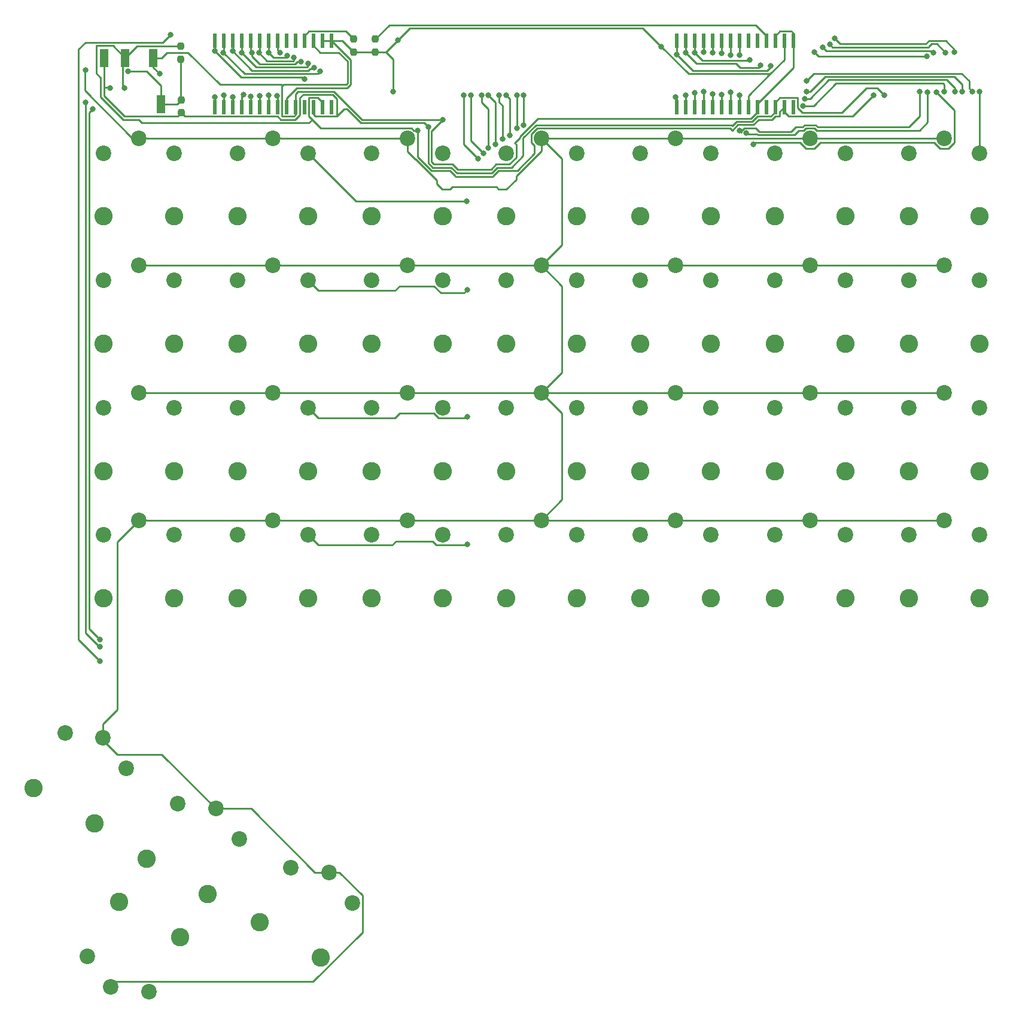
<source format=gbr>
%TF.GenerationSoftware,KiCad,Pcbnew,(6.0.11)*%
%TF.CreationDate,2023-05-24T14:48:23-07:00*%
%TF.ProjectId,keeb,6b656562-2e6b-4696-9361-645f70636258,rev?*%
%TF.SameCoordinates,Original*%
%TF.FileFunction,Copper,L1,Top*%
%TF.FilePolarity,Positive*%
%FSLAX46Y46*%
G04 Gerber Fmt 4.6, Leading zero omitted, Abs format (unit mm)*
G04 Created by KiCad (PCBNEW (6.0.11)) date 2023-05-24 14:48:23*
%MOMM*%
%LPD*%
G01*
G04 APERTURE LIST*
G04 Aperture macros list*
%AMRoundRect*
0 Rectangle with rounded corners*
0 $1 Rounding radius*
0 $2 $3 $4 $5 $6 $7 $8 $9 X,Y pos of 4 corners*
0 Add a 4 corners polygon primitive as box body*
4,1,4,$2,$3,$4,$5,$6,$7,$8,$9,$2,$3,0*
0 Add four circle primitives for the rounded corners*
1,1,$1+$1,$2,$3*
1,1,$1+$1,$4,$5*
1,1,$1+$1,$6,$7*
1,1,$1+$1,$8,$9*
0 Add four rect primitives between the rounded corners*
20,1,$1+$1,$2,$3,$4,$5,0*
20,1,$1+$1,$4,$5,$6,$7,0*
20,1,$1+$1,$6,$7,$8,$9,0*
20,1,$1+$1,$8,$9,$2,$3,0*%
G04 Aperture macros list end*
%TA.AperFunction,ComponentPad*%
%ADD10C,2.600000*%
%TD*%
%TA.AperFunction,ComponentPad*%
%ADD11C,2.200000*%
%TD*%
%TA.AperFunction,SMDPad,CuDef*%
%ADD12RoundRect,0.237500X-0.237500X0.250000X-0.237500X-0.250000X0.237500X-0.250000X0.237500X0.250000X0*%
%TD*%
%TA.AperFunction,SMDPad,CuDef*%
%ADD13R,1.200000X2.500000*%
%TD*%
%TA.AperFunction,SMDPad,CuDef*%
%ADD14R,0.600000X2.000000*%
%TD*%
%TA.AperFunction,SMDPad,CuDef*%
%ADD15RoundRect,0.237500X0.237500X-0.250000X0.237500X0.250000X-0.237500X0.250000X-0.237500X-0.250000X0*%
%TD*%
%TA.AperFunction,ViaPad*%
%ADD16C,0.800000*%
%TD*%
%TA.AperFunction,Conductor*%
%ADD17C,0.250000*%
%TD*%
G04 APERTURE END LIST*
D10*
%TO.P,SW25,*%
%TO.N,*%
X84000000Y-60150000D03*
D11*
%TO.P,SW25,1,1*%
%TO.N,+5V*%
X89000000Y-49100000D03*
%TO.P,SW25,2,2*%
%TO.N,Net-(SW25-Pad2)*%
X94000000Y-51200000D03*
%TD*%
D10*
%TO.P,SW5,*%
%TO.N,*%
X179000000Y-60150000D03*
D11*
%TO.P,SW5,1,1*%
%TO.N,+5V*%
X184000000Y-49100000D03*
%TO.P,SW5,2,2*%
%TO.N,Net-(SW37-Pad2)*%
X189000000Y-51200000D03*
%TD*%
D10*
%TO.P,SW12,*%
%TO.N,*%
X160000000Y-114150000D03*
D11*
%TO.P,SW12,1,1*%
%TO.N,+5V*%
X165000000Y-103100000D03*
%TO.P,SW12,2,2*%
%TO.N,Net-(SW12-Pad2)*%
X170000000Y-105200000D03*
%TD*%
D10*
%TO.P,SW6,*%
%TO.N,*%
X179000000Y-78150000D03*
D11*
%TO.P,SW6,1,1*%
%TO.N,+5V*%
X184000000Y-67100000D03*
%TO.P,SW6,2,2*%
%TO.N,Net-(SW38-Pad2)*%
X189000000Y-69200000D03*
%TD*%
D10*
%TO.P,SW7,*%
%TO.N,*%
X179000000Y-96150000D03*
D11*
%TO.P,SW7,1,1*%
%TO.N,+5V*%
X184000000Y-85100000D03*
%TO.P,SW7,2,2*%
%TO.N,Net-(SW39-Pad2)*%
X189000000Y-87200000D03*
%TD*%
D10*
%TO.P,SW19,*%
%TO.N,*%
X122000000Y-96150000D03*
D11*
%TO.P,SW19,1,1*%
%TO.N,+5V*%
X127000000Y-85100000D03*
%TO.P,SW19,2,2*%
%TO.N,Net-(SW19-Pad2)*%
X132000000Y-87200000D03*
%TD*%
D12*
%TO.P,R2,1*%
%TO.N,/SDA*%
X94935000Y-36087500D03*
%TO.P,R2,2*%
%TO.N,+5V*%
X94935000Y-37912500D03*
%TD*%
D10*
%TO.P,SW3,*%
%TO.N,*%
X198000000Y-96150000D03*
D11*
%TO.P,SW3,1,1*%
%TO.N,+5V*%
X203000000Y-85100000D03*
%TO.P,SW3,2,2*%
%TO.N,Net-(SW3-Pad2)*%
X208000000Y-87200000D03*
%TD*%
D10*
%TO.P,SW9,*%
%TO.N,*%
X160000000Y-60150000D03*
D11*
%TO.P,SW9,1,1*%
%TO.N,+5V*%
X165000000Y-49100000D03*
%TO.P,SW9,2,2*%
%TO.N,Net-(SW41-Pad2)*%
X170000000Y-51200000D03*
%TD*%
D10*
%TO.P,SW14,*%
%TO.N,*%
X141000000Y-78150000D03*
D11*
%TO.P,SW14,1,1*%
%TO.N,+5V*%
X146000000Y-67100000D03*
%TO.P,SW14,2,2*%
%TO.N,Net-(SW14-Pad2)*%
X151000000Y-69200000D03*
%TD*%
D10*
%TO.P,SW1,*%
%TO.N,*%
X198000000Y-60150000D03*
D11*
%TO.P,SW1,1,1*%
%TO.N,+5V*%
X203000000Y-49100000D03*
%TO.P,SW1,2,2*%
%TO.N,Net-(SW1-Pad2)*%
X208000000Y-51200000D03*
%TD*%
D10*
%TO.P,SW32,*%
%TO.N,*%
X106094873Y-159960031D03*
D11*
%TO.P,SW32,1,1*%
%TO.N,+5V*%
X115950000Y-152890450D03*
%TO.P,SW32,2,2*%
%TO.N,Net-(SW32-Pad2)*%
X119230127Y-157209103D03*
%TD*%
D10*
%TO.P,SW20,*%
%TO.N,*%
X122000000Y-114150000D03*
D11*
%TO.P,SW20,1,1*%
%TO.N,+5V*%
X127000000Y-103100000D03*
%TO.P,SW20,2,2*%
%TO.N,Net-(SW20-Pad2)*%
X132000000Y-105200000D03*
%TD*%
D10*
%TO.P,SW29,*%
%TO.N,*%
X74094873Y-140960031D03*
D11*
%TO.P,SW29,1,1*%
%TO.N,+5V*%
X83950000Y-133890450D03*
%TO.P,SW29,2,2*%
%TO.N,Net-(SW29-Pad2)*%
X87230127Y-138209103D03*
%TD*%
D10*
%TO.P,SW10,*%
%TO.N,*%
X160000000Y-78150000D03*
D11*
%TO.P,SW10,1,1*%
%TO.N,+5V*%
X165000000Y-67100000D03*
%TO.P,SW10,2,2*%
%TO.N,Net-(SW10-Pad2)*%
X170000000Y-69200000D03*
%TD*%
D13*
%TO.P,J1,R1*%
%TO.N,/SDA*%
X87095000Y-37750000D03*
%TO.P,J1,R2*%
%TO.N,/SCK*%
X84095000Y-37750000D03*
%TO.P,J1,S*%
%TO.N,+5V*%
X92195000Y-44250000D03*
%TO.P,J1,T*%
%TO.N,GND*%
X91095000Y-37750000D03*
%TD*%
D10*
%TO.P,SW8,*%
%TO.N,*%
X179000000Y-114150000D03*
D11*
%TO.P,SW8,1,1*%
%TO.N,+5V*%
X184000000Y-103100000D03*
%TO.P,SW8,2,2*%
%TO.N,Net-(SW40-Pad2)*%
X189000000Y-105200000D03*
%TD*%
D10*
%TO.P,SW31,*%
%TO.N,*%
X90094873Y-150960031D03*
D11*
%TO.P,SW31,1,1*%
%TO.N,+5V*%
X99950000Y-143890450D03*
%TO.P,SW31,2,2*%
%TO.N,Net-(SW31-Pad2)*%
X103230127Y-148209103D03*
%TD*%
D10*
%TO.P,SW15,*%
%TO.N,*%
X141000000Y-96150000D03*
D11*
%TO.P,SW15,1,1*%
%TO.N,+5V*%
X146000000Y-85100000D03*
%TO.P,SW15,2,2*%
%TO.N,Net-(SW15-Pad2)*%
X151000000Y-87200000D03*
%TD*%
D10*
%TO.P,SW2,*%
%TO.N,*%
X198000000Y-78150000D03*
D11*
%TO.P,SW2,1,1*%
%TO.N,+5V*%
X203000000Y-67100000D03*
%TO.P,SW2,2,2*%
%TO.N,Net-(SW2-Pad2)*%
X208000000Y-69200000D03*
%TD*%
D12*
%TO.P,R3,1*%
%TO.N,/Reset 1*%
X122500000Y-35087500D03*
%TO.P,R3,2*%
%TO.N,+5V*%
X122500000Y-36912500D03*
%TD*%
D14*
%TO.P,U1,1,GPB0*%
%TO.N,Net-(SW1-Pad2)*%
X165110000Y-44700000D03*
%TO.P,U1,2,GPB1*%
%TO.N,Net-(SW2-Pad2)*%
X166380000Y-44700000D03*
%TO.P,U1,3,GPB2*%
%TO.N,Net-(SW3-Pad2)*%
X167650000Y-44700000D03*
%TO.P,U1,4,GPB3*%
%TO.N,Net-(SW36-Pad2)*%
X168920000Y-44700000D03*
%TO.P,U1,5,GPB4*%
%TO.N,Net-(SW37-Pad2)*%
X170190000Y-44700000D03*
%TO.P,U1,6,GPB5*%
%TO.N,Net-(SW38-Pad2)*%
X171460000Y-44700000D03*
%TO.P,U1,7,GPB6*%
%TO.N,Net-(SW39-Pad2)*%
X172730000Y-44700000D03*
%TO.P,U1,8,GPB7*%
%TO.N,Net-(SW40-Pad2)*%
X174000000Y-44700000D03*
%TO.P,U1,9,VDD*%
%TO.N,+5V*%
X175270000Y-44700000D03*
%TO.P,U1,10,VSS*%
%TO.N,GND*%
X176540000Y-44700000D03*
%TO.P,U1,11,NC*%
%TO.N,unconnected-(U1-Pad11)*%
X177810000Y-44700000D03*
%TO.P,U1,12,SCK*%
%TO.N,/SCK*%
X179080000Y-44700000D03*
%TO.P,U1,13,SDA*%
%TO.N,/SDA*%
X180350000Y-44700000D03*
%TO.P,U1,14,NC*%
%TO.N,unconnected-(U1-Pad14)*%
X181620000Y-44700000D03*
%TO.P,U1,15,A0*%
%TO.N,GND*%
X181620000Y-35300000D03*
%TO.P,U1,16,A1*%
%TO.N,+5V*%
X180350000Y-35300000D03*
%TO.P,U1,17,A2*%
%TO.N,GND*%
X179080000Y-35300000D03*
%TO.P,U1,18,~{RESET}*%
%TO.N,/Reset 1*%
X177810000Y-35300000D03*
%TO.P,U1,19,INTB*%
%TO.N,unconnected-(U1-Pad19)*%
X176540000Y-35300000D03*
%TO.P,U1,20,INTA*%
%TO.N,unconnected-(U1-Pad20)*%
X175270000Y-35300000D03*
%TO.P,U1,21,GPA0*%
%TO.N,Net-(SW41-Pad2)*%
X174000000Y-35300000D03*
%TO.P,U1,22,GPA1*%
%TO.N,Net-(SW10-Pad2)*%
X172730000Y-35300000D03*
%TO.P,U1,23,GPA2*%
%TO.N,Net-(SW11-Pad2)*%
X171460000Y-35300000D03*
%TO.P,U1,24,GPA3*%
%TO.N,Net-(SW12-Pad2)*%
X170190000Y-35300000D03*
%TO.P,U1,25,GPA4*%
%TO.N,Net-(SW13-Pad2)*%
X168920000Y-35300000D03*
%TO.P,U1,26,GPA5*%
%TO.N,Net-(SW14-Pad2)*%
X167650000Y-35300000D03*
%TO.P,U1,27,GPA6*%
%TO.N,Net-(SW15-Pad2)*%
X166380000Y-35300000D03*
%TO.P,U1,28,GPA7*%
%TO.N,Net-(SW16-Pad2)*%
X165110000Y-35300000D03*
%TD*%
D10*
%TO.P,SW11,*%
%TO.N,*%
X160000000Y-96150000D03*
D11*
%TO.P,SW11,1,1*%
%TO.N,+5V*%
X165000000Y-85100000D03*
%TO.P,SW11,2,2*%
%TO.N,Net-(SW11-Pad2)*%
X170000000Y-87200000D03*
%TD*%
D10*
%TO.P,SW30,*%
%TO.N,*%
X94905127Y-162039969D03*
D11*
%TO.P,SW30,1,1*%
%TO.N,+5V*%
X85050000Y-169109550D03*
%TO.P,SW30,2,2*%
%TO.N,Net-(SW30-Pad2)*%
X81769873Y-164790897D03*
%TD*%
D12*
%TO.P,R4,1*%
%TO.N,/Reset 2*%
X119412500Y-35087500D03*
%TO.P,R4,2*%
%TO.N,+5V*%
X119412500Y-36912500D03*
%TD*%
D10*
%TO.P,SW22,*%
%TO.N,*%
X103000000Y-78150000D03*
D11*
%TO.P,SW22,1,1*%
%TO.N,+5V*%
X108000000Y-67100000D03*
%TO.P,SW22,2,2*%
%TO.N,Net-(SW22-Pad2)*%
X113000000Y-69200000D03*
%TD*%
D10*
%TO.P,SW4,*%
%TO.N,*%
X198000000Y-114150000D03*
D11*
%TO.P,SW4,1,1*%
%TO.N,+5V*%
X203000000Y-103100000D03*
%TO.P,SW4,2,2*%
%TO.N,Net-(SW36-Pad2)*%
X208000000Y-105200000D03*
%TD*%
D10*
%TO.P,SW21,*%
%TO.N,*%
X103000000Y-60150000D03*
D11*
%TO.P,SW21,1,1*%
%TO.N,+5V*%
X108000000Y-49100000D03*
%TO.P,SW21,2,2*%
%TO.N,Net-(SW21-Pad2)*%
X113000000Y-51200000D03*
%TD*%
D10*
%TO.P,SW17,*%
%TO.N,*%
X122000000Y-60150000D03*
D11*
%TO.P,SW17,1,1*%
%TO.N,+5V*%
X127000000Y-49100000D03*
%TO.P,SW17,2,2*%
%TO.N,Net-(SW17-Pad2)*%
X132000000Y-51200000D03*
%TD*%
D10*
%TO.P,SW16,*%
%TO.N,*%
X141000000Y-114150000D03*
D11*
%TO.P,SW16,1,1*%
%TO.N,+5V*%
X146000000Y-103100000D03*
%TO.P,SW16,2,2*%
%TO.N,Net-(SW16-Pad2)*%
X151000000Y-105200000D03*
%TD*%
D15*
%TO.P,R1,1*%
%TO.N,/SCK*%
X95000000Y-45490552D03*
%TO.P,R1,2*%
%TO.N,+5V*%
X95000000Y-43665552D03*
%TD*%
D10*
%TO.P,SW26,*%
%TO.N,*%
X84000000Y-78150000D03*
D11*
%TO.P,SW26,1,1*%
%TO.N,+5V*%
X89000000Y-67100000D03*
%TO.P,SW26,2,2*%
%TO.N,Net-(SW26-Pad2)*%
X94000000Y-69200000D03*
%TD*%
D14*
%TO.P,U2,1,GPB0*%
%TO.N,Net-(SW17-Pad2)*%
X99745000Y-44700000D03*
%TO.P,U2,2,GPB1*%
%TO.N,Net-(SW18-Pad2)*%
X101015000Y-44700000D03*
%TO.P,U2,3,GPB2*%
%TO.N,Net-(SW19-Pad2)*%
X102285000Y-44700000D03*
%TO.P,U2,4,GPB3*%
%TO.N,Net-(SW20-Pad2)*%
X103555000Y-44700000D03*
%TO.P,U2,5,GPB4*%
%TO.N,Net-(SW21-Pad2)*%
X104825000Y-44700000D03*
%TO.P,U2,6,GPB5*%
%TO.N,Net-(SW22-Pad2)*%
X106095000Y-44700000D03*
%TO.P,U2,7,GPB6*%
%TO.N,Net-(SW23-Pad2)*%
X107365000Y-44700000D03*
%TO.P,U2,8,GPB7*%
%TO.N,Net-(SW24-Pad2)*%
X108635000Y-44700000D03*
%TO.P,U2,9,VDD*%
%TO.N,+5V*%
X109905000Y-44700000D03*
%TO.P,U2,10,VSS*%
%TO.N,GND*%
X111175000Y-44700000D03*
%TO.P,U2,11,NC*%
%TO.N,unconnected-(U2-Pad11)*%
X112445000Y-44700000D03*
%TO.P,U2,12,SCK*%
%TO.N,/SCK*%
X113715000Y-44700000D03*
%TO.P,U2,13,SDA*%
%TO.N,/SDA*%
X114985000Y-44700000D03*
%TO.P,U2,14,NC*%
%TO.N,unconnected-(U2-Pad14)*%
X116255000Y-44700000D03*
%TO.P,U2,15,A0*%
%TO.N,+5V*%
X116255000Y-35300000D03*
%TO.P,U2,16,A1*%
X114985000Y-35300000D03*
%TO.P,U2,17,A2*%
%TO.N,GND*%
X113715000Y-35300000D03*
%TO.P,U2,18,~{RESET}*%
%TO.N,/Reset 2*%
X112445000Y-35300000D03*
%TO.P,U2,19,INTB*%
%TO.N,unconnected-(U2-Pad19)*%
X111175000Y-35300000D03*
%TO.P,U2,20,INTA*%
%TO.N,unconnected-(U2-Pad20)*%
X109905000Y-35300000D03*
%TO.P,U2,21,GPA0*%
%TO.N,Net-(SW25-Pad2)*%
X108635000Y-35300000D03*
%TO.P,U2,22,GPA1*%
%TO.N,Net-(SW26-Pad2)*%
X107365000Y-35300000D03*
%TO.P,U2,23,GPA2*%
%TO.N,Net-(SW27-Pad2)*%
X106095000Y-35300000D03*
%TO.P,U2,24,GPA3*%
%TO.N,Net-(SW28-Pad2)*%
X104825000Y-35300000D03*
%TO.P,U2,25,GPA4*%
%TO.N,Net-(SW29-Pad2)*%
X103555000Y-35300000D03*
%TO.P,U2,26,GPA5*%
%TO.N,Net-(SW30-Pad2)*%
X102285000Y-35300000D03*
%TO.P,U2,27,GPA6*%
%TO.N,Net-(SW31-Pad2)*%
X101015000Y-35300000D03*
%TO.P,U2,28,GPA7*%
%TO.N,Net-(SW32-Pad2)*%
X99745000Y-35300000D03*
%TD*%
D10*
%TO.P,SW24,*%
%TO.N,*%
X103000000Y-114150000D03*
D11*
%TO.P,SW24,1,1*%
%TO.N,+5V*%
X108000000Y-103100000D03*
%TO.P,SW24,2,2*%
%TO.N,Net-(SW24-Pad2)*%
X113000000Y-105200000D03*
%TD*%
D10*
%TO.P,SW18,*%
%TO.N,*%
X122000000Y-78150000D03*
D11*
%TO.P,SW18,1,1*%
%TO.N,+5V*%
X127000000Y-67100000D03*
%TO.P,SW18,2,2*%
%TO.N,Net-(SW18-Pad2)*%
X132000000Y-69200000D03*
%TD*%
D10*
%TO.P,SW27,*%
%TO.N,*%
X84000000Y-96150000D03*
D11*
%TO.P,SW27,1,1*%
%TO.N,+5V*%
X89000000Y-85100000D03*
%TO.P,SW27,2,2*%
%TO.N,Net-(SW27-Pad2)*%
X94000000Y-87200000D03*
%TD*%
D10*
%TO.P,SW28,*%
%TO.N,*%
X84000000Y-114150000D03*
D11*
%TO.P,SW28,1,1*%
%TO.N,+5V*%
X89000000Y-103100000D03*
%TO.P,SW28,2,2*%
%TO.N,Net-(SW28-Pad2)*%
X94000000Y-105200000D03*
%TD*%
D10*
%TO.P,SW13,*%
%TO.N,*%
X141000000Y-60150000D03*
D11*
%TO.P,SW13,1,1*%
%TO.N,+5V*%
X146000000Y-49100000D03*
%TO.P,SW13,2,2*%
%TO.N,Net-(SW13-Pad2)*%
X151000000Y-51200000D03*
%TD*%
D10*
%TO.P,SW23,*%
%TO.N,*%
X103000000Y-96150000D03*
D11*
%TO.P,SW23,1,1*%
%TO.N,+5V*%
X108000000Y-85100000D03*
%TO.P,SW23,2,2*%
%TO.N,Net-(SW23-Pad2)*%
X113000000Y-87200000D03*
%TD*%
D10*
%TO.P,SW38,*%
%TO.N,*%
X189000000Y-78150000D03*
D11*
%TO.P,SW38,1,1*%
%TO.N,+5V*%
X184000000Y-67100000D03*
%TO.P,SW38,2,2*%
%TO.N,Net-(SW38-Pad2)*%
X179000000Y-69200000D03*
%TD*%
D10*
%TO.P,SW57,*%
%TO.N,*%
X94000000Y-60150000D03*
D11*
%TO.P,SW57,1,1*%
%TO.N,+5V*%
X89000000Y-49100000D03*
%TO.P,SW57,2,2*%
%TO.N,Net-(SW25-Pad2)*%
X84000000Y-51200000D03*
%TD*%
D10*
%TO.P,SW47,*%
%TO.N,*%
X151000000Y-96150000D03*
D11*
%TO.P,SW47,1,1*%
%TO.N,+5V*%
X146000000Y-85100000D03*
%TO.P,SW47,2,2*%
%TO.N,Net-(SW15-Pad2)*%
X141000000Y-87200000D03*
%TD*%
D10*
%TO.P,SW45,*%
%TO.N,*%
X151000000Y-60150000D03*
D11*
%TO.P,SW45,1,1*%
%TO.N,+5V*%
X146000000Y-49100000D03*
%TO.P,SW45,2,2*%
%TO.N,Net-(SW13-Pad2)*%
X141000000Y-51200000D03*
%TD*%
D10*
%TO.P,SW37,*%
%TO.N,*%
X189000000Y-60150000D03*
D11*
%TO.P,SW37,1,1*%
%TO.N,+5V*%
X184000000Y-49100000D03*
%TO.P,SW37,2,2*%
%TO.N,Net-(SW37-Pad2)*%
X179000000Y-51200000D03*
%TD*%
D10*
%TO.P,SW33,*%
%TO.N,*%
X208000000Y-60150000D03*
D11*
%TO.P,SW33,1,1*%
%TO.N,+5V*%
X203000000Y-49100000D03*
%TO.P,SW33,2,2*%
%TO.N,Net-(SW1-Pad2)*%
X198000000Y-51200000D03*
%TD*%
D10*
%TO.P,SW42,*%
%TO.N,*%
X170000000Y-78150000D03*
D11*
%TO.P,SW42,1,1*%
%TO.N,+5V*%
X165000000Y-67100000D03*
%TO.P,SW42,2,2*%
%TO.N,Net-(SW10-Pad2)*%
X160000000Y-69200000D03*
%TD*%
D10*
%TO.P,SW35,*%
%TO.N,*%
X208000000Y-96150000D03*
D11*
%TO.P,SW35,1,1*%
%TO.N,+5V*%
X203000000Y-85100000D03*
%TO.P,SW35,2,2*%
%TO.N,Net-(SW3-Pad2)*%
X198000000Y-87200000D03*
%TD*%
D10*
%TO.P,SW34,*%
%TO.N,*%
X208000000Y-78150000D03*
D11*
%TO.P,SW34,1,1*%
%TO.N,+5V*%
X203000000Y-67100000D03*
%TO.P,SW34,2,2*%
%TO.N,Net-(SW2-Pad2)*%
X198000000Y-69200000D03*
%TD*%
D10*
%TO.P,SW63,*%
%TO.N,*%
X98755127Y-155960031D03*
D11*
%TO.P,SW63,1,1*%
%TO.N,+5V*%
X99950000Y-143890450D03*
%TO.P,SW63,2,2*%
%TO.N,Net-(SW31-Pad2)*%
X94569873Y-143209103D03*
%TD*%
D10*
%TO.P,SW49,*%
%TO.N,*%
X132000000Y-60150000D03*
D11*
%TO.P,SW49,1,1*%
%TO.N,+5V*%
X127000000Y-49100000D03*
%TO.P,SW49,2,2*%
%TO.N,Net-(SW17-Pad2)*%
X122000000Y-51200000D03*
%TD*%
D10*
%TO.P,SW55,*%
%TO.N,*%
X113000000Y-96150000D03*
D11*
%TO.P,SW55,1,1*%
%TO.N,+5V*%
X108000000Y-85100000D03*
%TO.P,SW55,2,2*%
%TO.N,Net-(SW23-Pad2)*%
X103000000Y-87200000D03*
%TD*%
D10*
%TO.P,SW53,*%
%TO.N,*%
X113000000Y-60150000D03*
D11*
%TO.P,SW53,1,1*%
%TO.N,+5V*%
X108000000Y-49100000D03*
%TO.P,SW53,2,2*%
%TO.N,Net-(SW21-Pad2)*%
X103000000Y-51200000D03*
%TD*%
D10*
%TO.P,SW40,*%
%TO.N,*%
X189000000Y-114150000D03*
D11*
%TO.P,SW40,1,1*%
%TO.N,+5V*%
X184000000Y-103100000D03*
%TO.P,SW40,2,2*%
%TO.N,Net-(SW40-Pad2)*%
X179000000Y-105200000D03*
%TD*%
D10*
%TO.P,SW43,*%
%TO.N,*%
X170000000Y-96150000D03*
D11*
%TO.P,SW43,1,1*%
%TO.N,+5V*%
X165000000Y-85100000D03*
%TO.P,SW43,2,2*%
%TO.N,Net-(SW11-Pad2)*%
X160000000Y-87200000D03*
%TD*%
D10*
%TO.P,SW56,*%
%TO.N,*%
X113000000Y-114150000D03*
D11*
%TO.P,SW56,1,1*%
%TO.N,+5V*%
X108000000Y-103100000D03*
%TO.P,SW56,2,2*%
%TO.N,Net-(SW24-Pad2)*%
X103000000Y-105200000D03*
%TD*%
D10*
%TO.P,SW46,*%
%TO.N,*%
X151000000Y-78150000D03*
D11*
%TO.P,SW46,1,1*%
%TO.N,+5V*%
X146000000Y-67100000D03*
%TO.P,SW46,2,2*%
%TO.N,Net-(SW14-Pad2)*%
X141000000Y-69200000D03*
%TD*%
D10*
%TO.P,SW51,*%
%TO.N,*%
X132000000Y-96150000D03*
D11*
%TO.P,SW51,1,1*%
%TO.N,+5V*%
X127000000Y-85100000D03*
%TO.P,SW51,2,2*%
%TO.N,Net-(SW19-Pad2)*%
X122000000Y-87200000D03*
%TD*%
D10*
%TO.P,SW50,*%
%TO.N,*%
X132000000Y-78150000D03*
D11*
%TO.P,SW50,1,1*%
%TO.N,+5V*%
X127000000Y-67100000D03*
%TO.P,SW50,2,2*%
%TO.N,Net-(SW18-Pad2)*%
X122000000Y-69200000D03*
%TD*%
D10*
%TO.P,SW62,*%
%TO.N,*%
X86244873Y-157039969D03*
D11*
%TO.P,SW62,1,1*%
%TO.N,+5V*%
X85050000Y-169109550D03*
%TO.P,SW62,2,2*%
%TO.N,Net-(SW30-Pad2)*%
X90430127Y-169790897D03*
%TD*%
D10*
%TO.P,SW64,*%
%TO.N,*%
X114755127Y-164960031D03*
D11*
%TO.P,SW64,1,1*%
%TO.N,+5V*%
X115950000Y-152890450D03*
%TO.P,SW64,2,2*%
%TO.N,Net-(SW32-Pad2)*%
X110569873Y-152209103D03*
%TD*%
D10*
%TO.P,SW54,*%
%TO.N,*%
X113000000Y-78150000D03*
D11*
%TO.P,SW54,1,1*%
%TO.N,+5V*%
X108000000Y-67100000D03*
%TO.P,SW54,2,2*%
%TO.N,Net-(SW22-Pad2)*%
X103000000Y-69200000D03*
%TD*%
D10*
%TO.P,SW60,*%
%TO.N,*%
X94000000Y-114150000D03*
D11*
%TO.P,SW60,1,1*%
%TO.N,+5V*%
X89000000Y-103100000D03*
%TO.P,SW60,2,2*%
%TO.N,Net-(SW28-Pad2)*%
X84000000Y-105200000D03*
%TD*%
D10*
%TO.P,SW41,*%
%TO.N,*%
X170000000Y-60150000D03*
D11*
%TO.P,SW41,1,1*%
%TO.N,+5V*%
X165000000Y-49100000D03*
%TO.P,SW41,2,2*%
%TO.N,Net-(SW41-Pad2)*%
X160000000Y-51200000D03*
%TD*%
D10*
%TO.P,SW59,*%
%TO.N,*%
X94000000Y-96150000D03*
D11*
%TO.P,SW59,1,1*%
%TO.N,+5V*%
X89000000Y-85100000D03*
%TO.P,SW59,2,2*%
%TO.N,Net-(SW27-Pad2)*%
X84000000Y-87200000D03*
%TD*%
D10*
%TO.P,SW36,*%
%TO.N,*%
X208000000Y-114150000D03*
D11*
%TO.P,SW36,1,1*%
%TO.N,+5V*%
X203000000Y-103100000D03*
%TO.P,SW36,2,2*%
%TO.N,Net-(SW36-Pad2)*%
X198000000Y-105200000D03*
%TD*%
D10*
%TO.P,SW61,*%
%TO.N,*%
X82755127Y-145960031D03*
D11*
%TO.P,SW61,1,1*%
%TO.N,+5V*%
X83950000Y-133890450D03*
%TO.P,SW61,2,2*%
%TO.N,Net-(SW29-Pad2)*%
X78569873Y-133209103D03*
%TD*%
D10*
%TO.P,SW48,*%
%TO.N,*%
X151000000Y-114150000D03*
D11*
%TO.P,SW48,1,1*%
%TO.N,+5V*%
X146000000Y-103100000D03*
%TO.P,SW48,2,2*%
%TO.N,Net-(SW16-Pad2)*%
X141000000Y-105200000D03*
%TD*%
D10*
%TO.P,SW52,*%
%TO.N,*%
X132000000Y-114150000D03*
D11*
%TO.P,SW52,1,1*%
%TO.N,+5V*%
X127000000Y-103100000D03*
%TO.P,SW52,2,2*%
%TO.N,Net-(SW20-Pad2)*%
X122000000Y-105200000D03*
%TD*%
D10*
%TO.P,SW44,*%
%TO.N,*%
X170000000Y-114150000D03*
D11*
%TO.P,SW44,1,1*%
%TO.N,+5V*%
X165000000Y-103100000D03*
%TO.P,SW44,2,2*%
%TO.N,Net-(SW12-Pad2)*%
X160000000Y-105200000D03*
%TD*%
D10*
%TO.P,SW39,*%
%TO.N,*%
X189000000Y-96150000D03*
D11*
%TO.P,SW39,1,1*%
%TO.N,+5V*%
X184000000Y-85100000D03*
%TO.P,SW39,2,2*%
%TO.N,Net-(SW39-Pad2)*%
X179000000Y-87200000D03*
%TD*%
D10*
%TO.P,SW58,*%
%TO.N,*%
X94000000Y-78150000D03*
D11*
%TO.P,SW58,1,1*%
%TO.N,+5V*%
X89000000Y-67100000D03*
%TO.P,SW58,2,2*%
%TO.N,Net-(SW26-Pad2)*%
X84000000Y-69200000D03*
%TD*%
D16*
%TO.N,/SDA*%
X81500000Y-44000000D03*
X87000000Y-42000000D03*
X83500000Y-121000000D03*
X128500000Y-48000000D03*
X193000000Y-43000000D03*
%TO.N,/SCK*%
X130000000Y-47500000D03*
X82500000Y-45000000D03*
X83500000Y-120000000D03*
X85000000Y-42000000D03*
X194500000Y-43000000D03*
%TO.N,+5V*%
X87500000Y-39599502D03*
X81500000Y-39500000D03*
X162911160Y-36139627D03*
X125706250Y-35206250D03*
X125000000Y-42500000D03*
%TO.N,GND*%
X132000000Y-46500000D03*
X83500000Y-123000000D03*
X92000000Y-40000000D03*
X93500000Y-34500000D03*
%TO.N,Net-(SW1-Pad2)*%
X208000000Y-42500000D03*
X165000000Y-43255000D03*
%TO.N,Net-(SW2-Pad2)*%
X183487701Y-41012299D03*
X166380000Y-42985000D03*
X207000000Y-42500000D03*
%TO.N,Net-(SW3-Pad2)*%
X205500000Y-42500000D03*
X183475825Y-42500000D03*
X167650000Y-42715000D03*
%TO.N,Net-(SW10-Pad2)*%
X172730000Y-37365000D03*
X200500000Y-37500000D03*
X184599848Y-36900152D03*
%TO.N,Net-(SW11-Pad2)*%
X171460000Y-37095000D03*
X185817342Y-36274500D03*
X201500000Y-37000000D03*
%TO.N,Net-(SW12-Pad2)*%
X203175000Y-37000000D03*
X186793245Y-35824500D03*
X170190000Y-37000000D03*
%TO.N,Net-(SW13-Pad2)*%
X204437002Y-36937002D03*
X187500000Y-35000000D03*
X168920000Y-36920000D03*
%TO.N,Net-(SW14-Pad2)*%
X167650000Y-37000000D03*
X175500000Y-38000000D03*
%TO.N,Net-(SW15-Pad2)*%
X166380000Y-36985000D03*
X177000000Y-38825500D03*
%TO.N,Net-(SW16-Pad2)*%
X165110000Y-37255000D03*
X178420201Y-38850500D03*
%TO.N,Net-(SW17-Pad2)*%
X143500000Y-43000000D03*
X143500000Y-47224500D03*
X99745000Y-43255000D03*
%TO.N,Net-(SW18-Pad2)*%
X101015000Y-43015000D03*
X142500000Y-47674500D03*
X142500000Y-43000000D03*
%TO.N,Net-(SW19-Pad2)*%
X141500000Y-48724500D03*
X141000000Y-43000000D03*
X102285000Y-43285000D03*
%TO.N,Net-(SW20-Pad2)*%
X140000000Y-43000000D03*
X140500000Y-49224500D03*
X103847253Y-42967599D03*
%TO.N,Net-(SW21-Pad2)*%
X135449501Y-58000000D03*
X139500000Y-49949000D03*
X138500000Y-43000000D03*
X104825000Y-43175000D03*
%TO.N,Net-(SW22-Pad2)*%
X135500000Y-70500000D03*
X138500000Y-50500000D03*
X106095000Y-43095000D03*
X137500000Y-43000000D03*
%TO.N,Net-(SW23-Pad2)*%
X137793245Y-51224500D03*
X135500000Y-88500000D03*
X136000000Y-43000000D03*
X107365000Y-43000000D03*
%TO.N,Net-(SW24-Pad2)*%
X135500000Y-106500000D03*
X137000000Y-52000000D03*
X108555500Y-43079500D03*
X135000000Y-43000000D03*
%TO.N,Net-(SW25-Pad2)*%
X109000000Y-37000000D03*
%TO.N,Net-(SW26-Pad2)*%
X107365000Y-37000000D03*
X110000000Y-37450500D03*
%TO.N,Net-(SW27-Pad2)*%
X110964336Y-37713295D03*
X106000000Y-37000000D03*
%TO.N,Net-(SW28-Pad2)*%
X105000000Y-37000000D03*
X112000000Y-38249500D03*
%TO.N,Net-(SW29-Pad2)*%
X113000000Y-38574500D03*
X103555000Y-37000000D03*
%TO.N,Net-(SW30-Pad2)*%
X113831728Y-39149500D03*
X102285000Y-36715000D03*
%TO.N,Net-(SW31-Pad2)*%
X114716873Y-39613747D03*
X101000614Y-36984781D03*
%TO.N,Net-(SW32-Pad2)*%
X112500000Y-40699500D03*
X99745000Y-36745000D03*
%TO.N,Net-(SW36-Pad2)*%
X168920000Y-42555000D03*
X183250000Y-43500000D03*
X204500000Y-42500000D03*
%TO.N,Net-(SW37-Pad2)*%
X182987701Y-44512299D03*
X170190000Y-42825000D03*
X203000000Y-42500000D03*
%TO.N,Net-(SW38-Pad2)*%
X171460000Y-42905000D03*
X176000000Y-50000000D03*
X201905000Y-42595000D03*
%TO.N,Net-(SW39-Pad2)*%
X200635000Y-42635000D03*
X172730000Y-42635000D03*
X175000000Y-48375500D03*
%TO.N,Net-(SW40-Pad2)*%
X174000000Y-48000000D03*
X199500000Y-42500000D03*
X174000000Y-43000000D03*
%TO.N,Net-(SW41-Pad2)*%
X174000000Y-37365000D03*
%TD*%
D17*
%TO.N,/SDA*%
X81500000Y-119025305D02*
X81500000Y-119000000D01*
X179705000Y-46025000D02*
X179091396Y-46025000D01*
X89000000Y-46450000D02*
X89475000Y-46925000D01*
X113090000Y-46925000D02*
X113540000Y-46475000D01*
X178641396Y-46475000D02*
X176737792Y-46475000D01*
X128500000Y-48000000D02*
X127915255Y-48000000D01*
X173774195Y-47200500D02*
X172974695Y-48000000D01*
X133825001Y-54451166D02*
X133048834Y-53674999D01*
X88757500Y-36087500D02*
X94935000Y-36087500D01*
X127590255Y-47675000D02*
X114740000Y-47675000D01*
X145409745Y-47675000D02*
X144575000Y-48509745D01*
X139174999Y-54500000D02*
X133825001Y-54500000D01*
X145000000Y-51262383D02*
X142587384Y-53674999D01*
X83000000Y-36000000D02*
X83000000Y-39914008D01*
X87095000Y-37750000D02*
X86775000Y-38070000D01*
X113070000Y-46005000D02*
X113070000Y-43395000D01*
X133048834Y-53674999D02*
X130412616Y-53674999D01*
X81500000Y-119000000D02*
X81500000Y-44000000D01*
X127915255Y-48000000D02*
X127590255Y-47675000D01*
X128500000Y-51762383D02*
X128500000Y-48000000D01*
X113070000Y-43395000D02*
X113090000Y-43375000D01*
X115000000Y-44685000D02*
X114985000Y-44700000D01*
X86775000Y-41775000D02*
X87000000Y-42000000D01*
X182220000Y-46025000D02*
X182245000Y-46000000D01*
X172649695Y-47675000D02*
X145409745Y-47675000D01*
X176012292Y-47200500D02*
X173774195Y-47200500D01*
X172974695Y-48000000D02*
X172649695Y-47675000D01*
X179705000Y-45345000D02*
X179705000Y-46025000D01*
X83474695Y-121000000D02*
X81500000Y-119025305D01*
X180350000Y-45400000D02*
X180975000Y-46025000D01*
X130412616Y-53674999D02*
X128500000Y-51762383D01*
X83620001Y-40534009D02*
X83620001Y-43256397D01*
X87095000Y-37750000D02*
X88757500Y-36087500D01*
X142587384Y-53674999D02*
X139951166Y-53674999D01*
X180975000Y-46025000D02*
X182220000Y-46025000D01*
X179091396Y-46025000D02*
X178641396Y-46475000D01*
X114375000Y-43375000D02*
X115000000Y-44000000D01*
X85345000Y-36000000D02*
X83000000Y-36000000D01*
X144575000Y-49690255D02*
X145000000Y-50115255D01*
X113090000Y-43375000D02*
X114375000Y-43375000D01*
X83000000Y-39914008D02*
X83620001Y-40534009D01*
X133825001Y-54500000D02*
X133825001Y-54451166D01*
X86775000Y-38070000D02*
X86775000Y-41775000D01*
X180350000Y-44700000D02*
X180350000Y-45400000D01*
X190000000Y-46000000D02*
X193000000Y-43000000D01*
X145000000Y-50115255D02*
X145000000Y-51262383D01*
X144575000Y-48509745D02*
X144575000Y-49690255D01*
X139951166Y-53674999D02*
X139174999Y-54451166D01*
X182245000Y-46000000D02*
X190000000Y-46000000D01*
X139174999Y-54451166D02*
X139174999Y-54500000D01*
X87095000Y-37750000D02*
X85345000Y-36000000D01*
X89475000Y-46925000D02*
X113090000Y-46925000D01*
X113540000Y-46475000D02*
X113070000Y-46005000D01*
X114740000Y-47675000D02*
X113540000Y-46475000D01*
X176737792Y-46475000D02*
X176012292Y-47200500D01*
X86813604Y-46450000D02*
X89000000Y-46450000D01*
X115000000Y-44000000D02*
X115000000Y-44685000D01*
X83620001Y-43256397D02*
X86813604Y-46450000D01*
X83500000Y-121000000D02*
X83474695Y-121000000D01*
X180350000Y-44700000D02*
X179705000Y-45345000D01*
%TO.N,/SCK*%
X179725000Y-43375000D02*
X179080000Y-44020000D01*
X117025000Y-46025000D02*
X114025000Y-46025000D01*
X188500000Y-45500000D02*
X182950097Y-45500000D01*
X84905000Y-41905000D02*
X85000000Y-42000000D01*
X143398349Y-51613047D02*
X143398349Y-49050000D01*
X84095000Y-41905000D02*
X84905000Y-41905000D01*
X172836091Y-47225000D02*
X172974695Y-47363604D01*
X113715000Y-45715000D02*
X113715000Y-44700000D01*
X117025000Y-43520000D02*
X116430000Y-42925000D01*
X118505000Y-45000000D02*
X120455000Y-46950000D01*
X114025000Y-46025000D02*
X113715000Y-45715000D01*
X82500000Y-45000000D02*
X82000000Y-45500000D01*
X130000000Y-52625987D02*
X130599012Y-53224999D01*
X111820000Y-43375000D02*
X111820000Y-45816396D01*
X139764770Y-53224999D02*
X141786397Y-53224999D01*
X94490552Y-46000000D02*
X87000000Y-46000000D01*
X182245000Y-43375000D02*
X179725000Y-43375000D01*
X138939769Y-54050000D02*
X139764770Y-53224999D01*
X178455000Y-46025000D02*
X179080000Y-45400000D01*
X175825896Y-46750500D02*
X176551396Y-46025000D01*
X133235230Y-53224999D02*
X134060231Y-54050000D01*
X95534448Y-46025000D02*
X95000000Y-45490552D01*
X118050000Y-45000000D02*
X118505000Y-45000000D01*
X179080000Y-44020000D02*
X179080000Y-44700000D01*
X129450000Y-46950000D02*
X130000000Y-47500000D01*
X108643604Y-46025000D02*
X95534448Y-46025000D01*
X194500000Y-43000000D02*
X193500000Y-42000000D01*
X117025000Y-46025000D02*
X117025000Y-43520000D01*
X173587799Y-46750500D02*
X175825896Y-46750500D01*
X145223349Y-47225000D02*
X172836091Y-47225000D01*
X82000000Y-118500000D02*
X83500000Y-120000000D01*
X95000000Y-45490552D02*
X94490552Y-46000000D01*
X117025000Y-46025000D02*
X118050000Y-45000000D01*
X112270000Y-42925000D02*
X111820000Y-43375000D01*
X84095000Y-41905000D02*
X84095000Y-37750000D01*
X182950097Y-45500000D02*
X182245000Y-44794903D01*
X116430000Y-42925000D02*
X112270000Y-42925000D01*
X141786397Y-53224999D02*
X143398349Y-51613047D01*
X82000000Y-45500000D02*
X82000000Y-118500000D01*
X84095000Y-43095000D02*
X84095000Y-41905000D01*
X109093604Y-46475000D02*
X108643604Y-46025000D01*
X193500000Y-42000000D02*
X192000000Y-42000000D01*
X87000000Y-46000000D02*
X84095000Y-43095000D01*
X130599012Y-53224999D02*
X133235230Y-53224999D01*
X111820000Y-45816396D02*
X111161396Y-46475000D01*
X172974695Y-47363604D02*
X173587799Y-46750500D01*
X134060231Y-54050000D02*
X138939769Y-54050000D01*
X192000000Y-42000000D02*
X188500000Y-45500000D01*
X143398349Y-49050000D02*
X145223349Y-47225000D01*
X120455000Y-46950000D02*
X129450000Y-46950000D01*
X182245000Y-44794903D02*
X182245000Y-43375000D01*
X176551396Y-46025000D02*
X178455000Y-46025000D01*
X111161396Y-46475000D02*
X109093604Y-46475000D01*
X130000000Y-47500000D02*
X130000000Y-52625987D01*
%TO.N,+5V*%
X184000000Y-67100000D02*
X203000000Y-67100000D01*
X162969322Y-36139627D02*
X166829695Y-40000000D01*
X108000000Y-103100000D02*
X89000000Y-103100000D01*
X89000000Y-49100000D02*
X108000000Y-49100000D01*
X127000000Y-85100000D02*
X108000000Y-85100000D01*
X184000000Y-103100000D02*
X203000000Y-103100000D01*
X131951166Y-56325001D02*
X133048834Y-56325001D01*
X113950000Y-152890450D02*
X115950000Y-152890450D01*
X146000000Y-85100000D02*
X148900001Y-82199999D01*
X166829695Y-40000000D02*
X178365000Y-40000000D01*
X127337500Y-33575000D02*
X125706250Y-35206250D01*
X99950000Y-143890450D02*
X92269100Y-136209550D01*
X146000000Y-49100000D02*
X165000000Y-49100000D01*
X92269100Y-136209550D02*
X85950000Y-136209550D01*
X124000000Y-36912500D02*
X125000000Y-37912500D01*
X165000000Y-49100000D02*
X184000000Y-49100000D01*
X146000000Y-67100000D02*
X127000000Y-67100000D01*
X119000000Y-38045000D02*
X119000000Y-41500000D01*
X113647359Y-168365897D02*
X120655127Y-161358129D01*
X85050000Y-169109550D02*
X85793653Y-168365897D01*
X108000000Y-85100000D02*
X89000000Y-85100000D01*
X146000000Y-67100000D02*
X165000000Y-67100000D01*
X104950000Y-143890450D02*
X113950000Y-152890450D01*
X109905000Y-43458604D02*
X109905000Y-44700000D01*
X146000000Y-49100000D02*
X148900001Y-52000001D01*
X122500000Y-36912500D02*
X119412500Y-36912500D01*
X81369999Y-39630001D02*
X81369999Y-42369999D01*
X148900001Y-88000001D02*
X146000000Y-85100000D01*
X131174999Y-55548834D02*
X131951166Y-56325001D01*
X85950000Y-106150000D02*
X89000000Y-103100000D01*
X81500000Y-39500000D02*
X81369999Y-39630001D01*
X119000000Y-41500000D02*
X118475000Y-42025000D01*
X162911160Y-36139627D02*
X162969322Y-36139627D01*
X95000000Y-43665552D02*
X94415552Y-44250000D01*
X87500000Y-39599502D02*
X90099502Y-39599502D01*
X148900001Y-52000001D02*
X148900001Y-64199999D01*
X127000000Y-103100000D02*
X108000000Y-103100000D01*
X85950000Y-129890450D02*
X85950000Y-106150000D01*
X146000000Y-85100000D02*
X127000000Y-85100000D01*
X146000000Y-103100000D02*
X127000000Y-103100000D01*
X108000000Y-67100000D02*
X89000000Y-67100000D01*
X83950000Y-131890450D02*
X85950000Y-129890450D01*
X94935000Y-43600552D02*
X95000000Y-43665552D01*
X94415552Y-44250000D02*
X92195000Y-44250000D01*
X162911160Y-36139627D02*
X160346533Y-33575000D01*
X127000000Y-67100000D02*
X108000000Y-67100000D01*
X117800000Y-35300000D02*
X119412500Y-36912500D01*
X116255000Y-35300000D02*
X119000000Y-38045000D01*
X165000000Y-103100000D02*
X184000000Y-103100000D01*
X125000000Y-37912500D02*
X125000000Y-42500000D01*
X148900001Y-82199999D02*
X148900001Y-70000001D01*
X116255000Y-35300000D02*
X114985000Y-35300000D01*
X85950000Y-136209550D02*
X83950000Y-134209550D01*
X117390450Y-152890450D02*
X115950000Y-152890450D01*
X148900001Y-70000001D02*
X146000000Y-67100000D01*
X94935000Y-37912500D02*
X94935000Y-43600552D01*
X139951166Y-56325001D02*
X141048834Y-56325001D01*
X131174999Y-55073778D02*
X131174999Y-55548834D01*
X148900001Y-100199999D02*
X148900001Y-88000001D01*
X141048834Y-56325001D02*
X142425000Y-54948835D01*
X88100000Y-49100000D02*
X89000000Y-49100000D01*
X148900001Y-64199999D02*
X146000000Y-67100000D01*
X184000000Y-85100000D02*
X203000000Y-85100000D01*
X142425000Y-54948835D02*
X142425000Y-54473779D01*
X124000000Y-36912500D02*
X122500000Y-36912500D01*
X142425000Y-54473779D02*
X146000000Y-50898779D01*
X85793653Y-168365897D02*
X113647359Y-168365897D01*
X146000000Y-85100000D02*
X165000000Y-85100000D01*
X146000000Y-50898779D02*
X146000000Y-49100000D01*
X165000000Y-85100000D02*
X184000000Y-85100000D01*
X118475000Y-42025000D02*
X111338604Y-42025000D01*
X116255000Y-35300000D02*
X117800000Y-35300000D01*
X83950000Y-134209550D02*
X83950000Y-131890450D01*
X128201220Y-52099999D02*
X131174999Y-55073778D01*
X160346533Y-33575000D02*
X127337500Y-33575000D01*
X146000000Y-103100000D02*
X148900001Y-100199999D01*
X120655127Y-161358129D02*
X120655127Y-156155127D01*
X175270000Y-43095000D02*
X178365000Y-40000000D01*
X175270000Y-44700000D02*
X175270000Y-43095000D01*
X120655127Y-156155127D02*
X117390450Y-152890450D01*
X165000000Y-67100000D02*
X184000000Y-67100000D01*
X90099502Y-39599502D02*
X92195000Y-41695000D01*
X128099999Y-52099999D02*
X128201220Y-52099999D01*
X125706250Y-35206250D02*
X124000000Y-36912500D01*
X139626165Y-56000000D02*
X139951166Y-56325001D01*
X99950000Y-143890450D02*
X104950000Y-143890450D01*
X127000000Y-51000000D02*
X128099999Y-52099999D01*
X133373835Y-56000000D02*
X139626165Y-56000000D01*
X81369999Y-42369999D02*
X88100000Y-49100000D01*
X203000000Y-49100000D02*
X184000000Y-49100000D01*
X111338604Y-42025000D02*
X109905000Y-43458604D01*
X180350000Y-38015000D02*
X180350000Y-35300000D01*
X146000000Y-103100000D02*
X165000000Y-103100000D01*
X92195000Y-41695000D02*
X92195000Y-44250000D01*
X127000000Y-49100000D02*
X127000000Y-51000000D01*
X133048834Y-56325001D02*
X133373835Y-56000000D01*
X178365000Y-40000000D02*
X180350000Y-38015000D01*
X108000000Y-49100000D02*
X127000000Y-49100000D01*
%TO.N,GND*%
X176540000Y-45400000D02*
X175639500Y-46300500D01*
X132000000Y-46500000D02*
X120641396Y-46500000D01*
X142425000Y-51790255D02*
X141440256Y-52774999D01*
X109280000Y-46025000D02*
X110975000Y-46025000D01*
X91095000Y-39095000D02*
X92000000Y-40000000D01*
X130450000Y-48075305D02*
X132000000Y-46525305D01*
X179705000Y-33975000D02*
X181340000Y-33975000D01*
X130450000Y-52439591D02*
X130450000Y-48075305D01*
X111175000Y-45825000D02*
X111175000Y-44700000D01*
X175639500Y-46300500D02*
X145511453Y-46300500D01*
X118550000Y-41313604D02*
X118363604Y-41500000D01*
X113715000Y-36000000D02*
X114715000Y-37000000D01*
X118550000Y-38231396D02*
X118550000Y-41313604D01*
X80500000Y-120000000D02*
X80500000Y-36500000D01*
X110975000Y-46025000D02*
X111175000Y-45825000D01*
X134146627Y-53500000D02*
X133421626Y-52774999D01*
X133421626Y-52774999D02*
X130785408Y-52774999D01*
X81450000Y-35550000D02*
X92450000Y-35550000D01*
X181620000Y-39095000D02*
X176540000Y-44175000D01*
X109500000Y-41500000D02*
X109280000Y-41720000D01*
X92450000Y-35550000D02*
X93500000Y-34500000D01*
X118363604Y-41500000D02*
X109500000Y-41500000D01*
X132000000Y-46525305D02*
X132000000Y-46500000D01*
X93000000Y-37000000D02*
X96000000Y-37000000D01*
X130785408Y-52774999D02*
X130450000Y-52439591D01*
X111525000Y-42475000D02*
X111175000Y-42825000D01*
X114715000Y-37000000D02*
X117318604Y-37000000D01*
X181340000Y-33975000D02*
X181620000Y-34255000D01*
X117318604Y-37000000D02*
X118550000Y-38231396D01*
X113715000Y-35300000D02*
X113715000Y-36000000D01*
X179080000Y-34600000D02*
X179705000Y-33975000D01*
X181620000Y-35300000D02*
X181620000Y-39095000D01*
X120641396Y-46500000D02*
X116616396Y-42475000D01*
X100500000Y-41500000D02*
X109280000Y-41500000D01*
X142225000Y-49775000D02*
X142425000Y-49975000D01*
X109280000Y-41500000D02*
X109280000Y-41720000D01*
X138853373Y-53500000D02*
X134146627Y-53500000D01*
X142948349Y-48863604D02*
X142948349Y-49051651D01*
X80500000Y-36500000D02*
X81450000Y-35550000D01*
X142948349Y-49051651D02*
X142225000Y-49775000D01*
X109280000Y-41720000D02*
X109280000Y-46025000D01*
X96000000Y-37000000D02*
X100500000Y-41500000D01*
X91095000Y-37750000D02*
X92250000Y-37750000D01*
X141440256Y-52774999D02*
X139578374Y-52774999D01*
X139578374Y-52774999D02*
X138853373Y-53500000D01*
X145511453Y-46300500D02*
X142948349Y-48863604D01*
X116616396Y-42475000D02*
X111525000Y-42475000D01*
X142425000Y-49975000D02*
X142425000Y-51790255D01*
X111175000Y-42825000D02*
X111175000Y-44700000D01*
X91095000Y-37750000D02*
X91095000Y-39095000D01*
X92250000Y-37750000D02*
X93000000Y-37000000D01*
X83500000Y-123000000D02*
X80500000Y-120000000D01*
%TO.N,/Reset 1*%
X124462500Y-33125000D02*
X176335000Y-33125000D01*
X177810000Y-35300000D02*
X177810000Y-34600000D01*
X177810000Y-34600000D02*
X176335000Y-33125000D01*
X122500000Y-35087500D02*
X124462500Y-33125000D01*
%TO.N,/Reset 2*%
X112445000Y-34600000D02*
X113070000Y-33975000D01*
X118300000Y-33975000D02*
X119412500Y-35087500D01*
X113070000Y-33975000D02*
X118300000Y-33975000D01*
X112445000Y-35300000D02*
X112445000Y-34600000D01*
%TO.N,Net-(SW1-Pad2)*%
X165110000Y-43255000D02*
X165110000Y-44700000D01*
X208000000Y-42500000D02*
X208000000Y-51200000D01*
%TO.N,Net-(SW2-Pad2)*%
X183487701Y-41012299D02*
X184550000Y-39950000D01*
X205450000Y-39950000D02*
X206500000Y-41000000D01*
X206500000Y-41000000D02*
X206500000Y-42000000D01*
X166380000Y-42985000D02*
X166380000Y-44700000D01*
X206500000Y-42000000D02*
X207000000Y-42500000D01*
X184550000Y-39950000D02*
X205450000Y-39950000D01*
%TO.N,Net-(SW3-Pad2)*%
X204400000Y-40400000D02*
X205500000Y-41500000D01*
X167650000Y-42715000D02*
X167650000Y-44700000D01*
X183475825Y-42500000D02*
X184000000Y-42500000D01*
X186100000Y-40400000D02*
X204400000Y-40400000D01*
X184000000Y-42500000D02*
X186100000Y-40400000D01*
X205500000Y-41500000D02*
X205500000Y-42500000D01*
%TO.N,Net-(SW10-Pad2)*%
X172730000Y-37365000D02*
X172730000Y-35300000D01*
X185199696Y-37500000D02*
X184599848Y-36900152D01*
X200500000Y-37500000D02*
X185199696Y-37500000D01*
%TO.N,Net-(SW11-Pad2)*%
X186267842Y-36725000D02*
X185817342Y-36274500D01*
X171460000Y-35300000D02*
X171460000Y-37095000D01*
X201500000Y-37000000D02*
X201225000Y-36725000D01*
X201225000Y-36725000D02*
X186267842Y-36725000D01*
%TO.N,Net-(SW12-Pad2)*%
X203175000Y-37000000D02*
X201950000Y-35775000D01*
X200775000Y-36275000D02*
X200325000Y-36275000D01*
X200275000Y-36225000D02*
X187193745Y-36225000D01*
X201199695Y-35775000D02*
X200775000Y-36199695D01*
X187193745Y-36225000D02*
X186793245Y-35824500D01*
X201950000Y-35775000D02*
X201199695Y-35775000D01*
X200325000Y-36275000D02*
X200275000Y-36225000D01*
X200775000Y-36199695D02*
X200775000Y-36275000D01*
X170190000Y-37000000D02*
X170190000Y-35300000D01*
%TO.N,Net-(SW13-Pad2)*%
X204437002Y-36561697D02*
X203200305Y-35325000D01*
X168920000Y-36920000D02*
X168920000Y-35300000D01*
X200400000Y-35775000D02*
X188275000Y-35775000D01*
X204437002Y-36937002D02*
X204437002Y-36561697D01*
X203200305Y-35325000D02*
X200850000Y-35325000D01*
X200850000Y-35325000D02*
X200400000Y-35775000D01*
X188275000Y-35775000D02*
X187500000Y-35000000D01*
%TO.N,Net-(SW14-Pad2)*%
X167650000Y-37000000D02*
X168740000Y-38090000D01*
X167650000Y-37000000D02*
X167650000Y-35300000D01*
X175410000Y-38090000D02*
X175500000Y-38000000D01*
X168740000Y-38090000D02*
X175410000Y-38090000D01*
%TO.N,Net-(SW15-Pad2)*%
X174100000Y-39100000D02*
X173540000Y-38540000D01*
X167935000Y-38540000D02*
X166380000Y-36985000D01*
X173540000Y-38540000D02*
X167935000Y-38540000D01*
X166380000Y-36985000D02*
X166380000Y-35300000D01*
X176725500Y-39100000D02*
X174100000Y-39100000D01*
X177000000Y-38825500D02*
X176725500Y-39100000D01*
%TO.N,Net-(SW16-Pad2)*%
X178420201Y-38850500D02*
X178420201Y-39079799D01*
X178420201Y-39079799D02*
X177950000Y-39550000D01*
X167405000Y-39550000D02*
X165110000Y-37255000D01*
X177950000Y-39550000D02*
X167405000Y-39550000D01*
X165110000Y-37255000D02*
X165110000Y-35300000D01*
%TO.N,Net-(SW17-Pad2)*%
X99745000Y-43255000D02*
X99745000Y-44700000D01*
X143500000Y-47224500D02*
X143500000Y-43000000D01*
%TO.N,Net-(SW18-Pad2)*%
X101015000Y-43015000D02*
X101015000Y-44700000D01*
X142500000Y-47674500D02*
X142500000Y-43000000D01*
%TO.N,Net-(SW19-Pad2)*%
X141500000Y-48724500D02*
X141500000Y-43500000D01*
X141500000Y-43500000D02*
X141000000Y-43000000D01*
X102285000Y-43285000D02*
X102285000Y-44700000D01*
%TO.N,Net-(SW20-Pad2)*%
X103847253Y-42967599D02*
X103555000Y-43259852D01*
X140500000Y-44500000D02*
X140000000Y-44000000D01*
X140000000Y-44000000D02*
X140000000Y-43000000D01*
X103555000Y-43259852D02*
X103555000Y-44700000D01*
X140500000Y-49224500D02*
X140500000Y-44500000D01*
%TO.N,Net-(SW21-Pad2)*%
X104825000Y-43175000D02*
X104825000Y-44700000D01*
X135449501Y-58000000D02*
X119800000Y-58000000D01*
X119800000Y-58000000D02*
X113000000Y-51200000D01*
X139500000Y-44000000D02*
X138500000Y-43000000D01*
X139500000Y-49949000D02*
X139500000Y-44000000D01*
%TO.N,Net-(SW22-Pad2)*%
X138500000Y-45000000D02*
X137500000Y-44000000D01*
X125898780Y-70000000D02*
X130784745Y-70000000D01*
X137500000Y-44000000D02*
X137500000Y-43000000D01*
X125273780Y-70625000D02*
X125898780Y-70000000D01*
X106095000Y-43095000D02*
X106095000Y-44700000D01*
X131784745Y-71000000D02*
X135000000Y-71000000D01*
X113000000Y-69200000D02*
X114425000Y-70625000D01*
X114425000Y-70625000D02*
X125273780Y-70625000D01*
X130784745Y-70000000D02*
X131784745Y-71000000D01*
X138500000Y-50500000D02*
X138500000Y-45000000D01*
X135000000Y-71000000D02*
X135500000Y-70500000D01*
%TO.N,Net-(SW23-Pad2)*%
X125273780Y-88625000D02*
X125898780Y-88000000D01*
X136000000Y-49431255D02*
X136000000Y-43000000D01*
X114425000Y-88625000D02*
X125273780Y-88625000D01*
X125898780Y-88000000D02*
X130784745Y-88000000D01*
X113000000Y-87200000D02*
X114425000Y-88625000D01*
X135375000Y-88625000D02*
X135500000Y-88500000D01*
X137793245Y-51224500D02*
X136000000Y-49431255D01*
X130784745Y-88000000D02*
X131409745Y-88625000D01*
X107365000Y-43000000D02*
X107365000Y-44700000D01*
X131409745Y-88625000D02*
X135375000Y-88625000D01*
%TO.N,Net-(SW24-Pad2)*%
X131125000Y-106625000D02*
X135375000Y-106625000D01*
X108555500Y-43079500D02*
X108635000Y-43159000D01*
X135000000Y-50000000D02*
X135000000Y-43000000D01*
X124875000Y-106625000D02*
X125400001Y-106099999D01*
X125400001Y-106099999D02*
X130599999Y-106099999D01*
X135375000Y-106625000D02*
X135500000Y-106500000D01*
X114425000Y-106625000D02*
X124875000Y-106625000D01*
X108635000Y-43159000D02*
X108635000Y-44700000D01*
X130599999Y-106099999D02*
X131125000Y-106625000D01*
X137000000Y-52000000D02*
X135000000Y-50000000D01*
X113000000Y-105200000D02*
X114425000Y-106625000D01*
%TO.N,Net-(SW25-Pad2)*%
X108635000Y-36635000D02*
X108635000Y-35300000D01*
X109000000Y-37000000D02*
X108635000Y-36635000D01*
%TO.N,Net-(SW26-Pad2)*%
X107365000Y-37000000D02*
X107365000Y-35300000D01*
X109725500Y-37725000D02*
X108090000Y-37725000D01*
X108090000Y-37725000D02*
X107365000Y-37000000D01*
X110000000Y-37450500D02*
X109725500Y-37725000D01*
%TO.N,Net-(SW27-Pad2)*%
X106095000Y-36905000D02*
X106000000Y-37000000D01*
X110964336Y-37713295D02*
X110964336Y-38119739D01*
X107175000Y-38175000D02*
X106000000Y-37000000D01*
X110909075Y-38175000D02*
X107175000Y-38175000D01*
X106095000Y-35300000D02*
X106095000Y-36905000D01*
X110964336Y-38119739D02*
X110909075Y-38175000D01*
%TO.N,Net-(SW28-Pad2)*%
X106125000Y-38625000D02*
X105000000Y-37500000D01*
X104825000Y-35300000D02*
X104825000Y-36825000D01*
X104825000Y-36825000D02*
X105000000Y-37000000D01*
X111095471Y-38625000D02*
X106125000Y-38625000D01*
X111470971Y-38249500D02*
X111095471Y-38625000D01*
X112000000Y-38249500D02*
X111470971Y-38249500D01*
X105000000Y-37500000D02*
X105000000Y-37000000D01*
%TO.N,Net-(SW29-Pad2)*%
X113000000Y-38574500D02*
X113000000Y-38889299D01*
X105630000Y-39075000D02*
X103555000Y-37000000D01*
X103555000Y-35300000D02*
X103555000Y-37000000D01*
X113000000Y-38889299D02*
X112814299Y-39075000D01*
X112814299Y-39075000D02*
X105630000Y-39075000D01*
%TO.N,Net-(SW30-Pad2)*%
X113199695Y-39326000D02*
X113000695Y-39525000D01*
X102285000Y-36715000D02*
X102285000Y-35300000D01*
X113000695Y-39525000D02*
X105054695Y-39525000D01*
X113831728Y-39149500D02*
X113655228Y-39326000D01*
X113655228Y-39326000D02*
X113199695Y-39326000D01*
X105054695Y-39525000D02*
X102285000Y-36755305D01*
X102285000Y-36755305D02*
X102285000Y-36715000D01*
%TO.N,Net-(SW31-Pad2)*%
X101015000Y-36970395D02*
X101015000Y-35300000D01*
X101000614Y-36984781D02*
X101015000Y-36970395D01*
X103990833Y-39975000D02*
X101000614Y-36984781D01*
X114355620Y-39975000D02*
X103990833Y-39975000D01*
X114716873Y-39613747D02*
X114355620Y-39975000D01*
%TO.N,Net-(SW32-Pad2)*%
X103490528Y-40500000D02*
X99745000Y-36754472D01*
X99745000Y-36754472D02*
X99745000Y-36745000D01*
X112300500Y-40500000D02*
X103490528Y-40500000D01*
X112500000Y-40699500D02*
X112300500Y-40500000D01*
X99745000Y-36745000D02*
X99745000Y-35300000D01*
%TO.N,Net-(SW36-Pad2)*%
X203350000Y-40850000D02*
X204500000Y-42000000D01*
X183250000Y-43500000D02*
X184025305Y-43500000D01*
X186675305Y-40850000D02*
X203350000Y-40850000D01*
X168920000Y-42555000D02*
X168920000Y-44700000D01*
X204500000Y-42000000D02*
X204500000Y-42500000D01*
X184025305Y-43500000D02*
X186675305Y-40850000D01*
%TO.N,Net-(SW37-Pad2)*%
X182987701Y-44512299D02*
X184487701Y-44512299D01*
X203000000Y-41500000D02*
X203000000Y-42500000D01*
X202800000Y-41300000D02*
X203000000Y-41500000D01*
X184487701Y-44512299D02*
X187700000Y-41300000D01*
X187700000Y-41300000D02*
X202800000Y-41300000D01*
X170190000Y-44700000D02*
X170190000Y-42825000D01*
%TO.N,Net-(SW38-Pad2)*%
X184590255Y-50525000D02*
X185425000Y-49690255D01*
X185425000Y-49690255D02*
X201575000Y-49690255D01*
X176309745Y-49690255D02*
X182575000Y-49690255D01*
X176000000Y-50000000D02*
X176309745Y-49690255D01*
X171460000Y-42905000D02*
X171460000Y-44700000D01*
X182575000Y-49690255D02*
X183409745Y-50525000D01*
X202409745Y-50525000D02*
X203590255Y-50525000D01*
X201575000Y-49690255D02*
X202409745Y-50525000D01*
X183409745Y-50525000D02*
X184590255Y-50525000D01*
X204425000Y-45115000D02*
X201905000Y-42595000D01*
X204425000Y-49690255D02*
X204425000Y-45115000D01*
X203590255Y-50525000D02*
X204425000Y-49690255D01*
%TO.N,Net-(SW39-Pad2)*%
X172730000Y-42635000D02*
X172730000Y-44700000D01*
X176500000Y-48500000D02*
X176650000Y-48650000D01*
X175124500Y-48500000D02*
X176500000Y-48500000D01*
X183084745Y-48000000D02*
X183409745Y-47675000D01*
X200635000Y-46865000D02*
X200635000Y-42635000D01*
X176650000Y-48650000D02*
X181798349Y-48650000D01*
X181798349Y-48650000D02*
X182448349Y-48000000D01*
X184590255Y-47675000D02*
X184915255Y-48000000D01*
X184915255Y-48000000D02*
X199500000Y-48000000D01*
X182448349Y-48000000D02*
X183084745Y-48000000D01*
X175000000Y-48375500D02*
X175124500Y-48500000D01*
X183409745Y-47675000D02*
X184590255Y-47675000D01*
X199500000Y-48000000D02*
X200635000Y-46865000D01*
%TO.N,Net-(SW40-Pad2)*%
X176286896Y-47650500D02*
X176836396Y-48200000D01*
X197950000Y-47550000D02*
X199500000Y-46000000D01*
X182898349Y-47550000D02*
X183223349Y-47225000D01*
X185101651Y-47550000D02*
X197950000Y-47550000D01*
X174000000Y-48000000D02*
X174275000Y-48275000D01*
X176836396Y-48200000D02*
X181300000Y-48200000D01*
X174699695Y-47650500D02*
X176286896Y-47650500D01*
X183223349Y-47225000D02*
X184776651Y-47225000D01*
X174000000Y-44700000D02*
X174000000Y-43000000D01*
X174275000Y-48075195D02*
X174699695Y-47650500D01*
X199500000Y-46000000D02*
X199500000Y-42500000D01*
X174275000Y-48275000D02*
X174275000Y-48075195D01*
X181300000Y-48200000D02*
X181950000Y-47550000D01*
X184776651Y-47225000D02*
X185101651Y-47550000D01*
X181950000Y-47550000D02*
X182898349Y-47550000D01*
%TO.N,Net-(SW41-Pad2)*%
X174000000Y-37365000D02*
X174000000Y-35300000D01*
%TD*%
M02*

</source>
